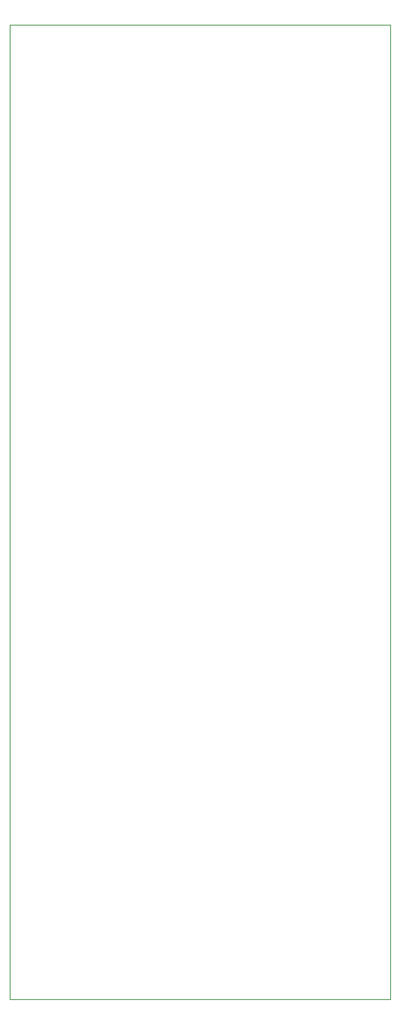
<source format=gbr>
%TF.GenerationSoftware,KiCad,Pcbnew,8.0.2-8.0.2-0~ubuntu22.04.1*%
%TF.CreationDate,2024-06-16T11:06:49+02:00*%
%TF.ProjectId,VCA_Panner,5643415f-5061-46e6-9e65-722e6b696361,rev?*%
%TF.SameCoordinates,Original*%
%TF.FileFunction,Profile,NP*%
%FSLAX46Y46*%
G04 Gerber Fmt 4.6, Leading zero omitted, Abs format (unit mm)*
G04 Created by KiCad (PCBNEW 8.0.2-8.0.2-0~ubuntu22.04.1) date 2024-06-16 11:06:49*
%MOMM*%
%LPD*%
G01*
G04 APERTURE LIST*
%TA.AperFunction,Profile*%
%ADD10C,0.050000*%
%TD*%
G04 APERTURE END LIST*
D10*
X107100000Y-57250000D02*
X150100000Y-57250000D01*
X150100000Y-167250000D01*
X107100000Y-167250000D01*
X107100000Y-57250000D01*
M02*

</source>
